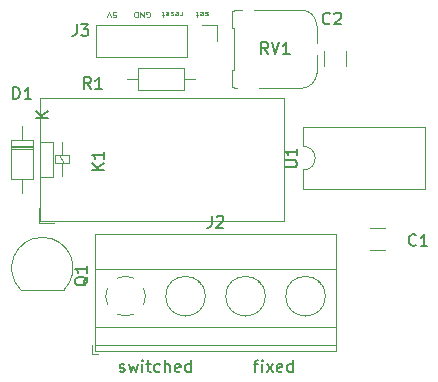
<source format=gbr>
%TF.GenerationSoftware,KiCad,Pcbnew,(5.1.12)-1*%
%TF.CreationDate,2022-02-01T13:32:49+01:00*%
%TF.ProjectId,trainCatcherRelay,74726169-6e43-4617-9463-68657252656c,rev?*%
%TF.SameCoordinates,Original*%
%TF.FileFunction,Legend,Top*%
%TF.FilePolarity,Positive*%
%FSLAX46Y46*%
G04 Gerber Fmt 4.6, Leading zero omitted, Abs format (unit mm)*
G04 Created by KiCad (PCBNEW (5.1.12)-1) date 2022-02-01 13:32:49*
%MOMM*%
%LPD*%
G01*
G04 APERTURE LIST*
%ADD10C,0.150000*%
%ADD11C,0.075000*%
%ADD12C,0.120000*%
G04 APERTURE END LIST*
D10*
X139128714Y33361285D02*
X139509666Y33361285D01*
X139271571Y32694619D02*
X139271571Y33551761D01*
X139319190Y33647000D01*
X139414428Y33694619D01*
X139509666Y33694619D01*
X139843000Y32694619D02*
X139843000Y33361285D01*
X139843000Y33694619D02*
X139795380Y33647000D01*
X139843000Y33599380D01*
X139890619Y33647000D01*
X139843000Y33694619D01*
X139843000Y33599380D01*
X140223952Y32694619D02*
X140747761Y33361285D01*
X140223952Y33361285D02*
X140747761Y32694619D01*
X141509666Y32742238D02*
X141414428Y32694619D01*
X141223952Y32694619D01*
X141128714Y32742238D01*
X141081095Y32837476D01*
X141081095Y33218428D01*
X141128714Y33313666D01*
X141223952Y33361285D01*
X141414428Y33361285D01*
X141509666Y33313666D01*
X141557285Y33218428D01*
X141557285Y33123190D01*
X141081095Y33027952D01*
X142414428Y32694619D02*
X142414428Y33694619D01*
X142414428Y32742238D02*
X142319190Y32694619D01*
X142128714Y32694619D01*
X142033476Y32742238D01*
X141985857Y32789857D01*
X141938238Y32885095D01*
X141938238Y33170809D01*
X141985857Y33266047D01*
X142033476Y33313666D01*
X142128714Y33361285D01*
X142319190Y33361285D01*
X142414428Y33313666D01*
X127786190Y32742238D02*
X127881428Y32694619D01*
X128071904Y32694619D01*
X128167142Y32742238D01*
X128214761Y32837476D01*
X128214761Y32885095D01*
X128167142Y32980333D01*
X128071904Y33027952D01*
X127929047Y33027952D01*
X127833809Y33075571D01*
X127786190Y33170809D01*
X127786190Y33218428D01*
X127833809Y33313666D01*
X127929047Y33361285D01*
X128071904Y33361285D01*
X128167142Y33313666D01*
X128548095Y33361285D02*
X128738571Y32694619D01*
X128929047Y33170809D01*
X129119523Y32694619D01*
X129310000Y33361285D01*
X129690952Y32694619D02*
X129690952Y33361285D01*
X129690952Y33694619D02*
X129643333Y33647000D01*
X129690952Y33599380D01*
X129738571Y33647000D01*
X129690952Y33694619D01*
X129690952Y33599380D01*
X130024285Y33361285D02*
X130405238Y33361285D01*
X130167142Y33694619D02*
X130167142Y32837476D01*
X130214761Y32742238D01*
X130310000Y32694619D01*
X130405238Y32694619D01*
X131167142Y32742238D02*
X131071904Y32694619D01*
X130881428Y32694619D01*
X130786190Y32742238D01*
X130738571Y32789857D01*
X130690952Y32885095D01*
X130690952Y33170809D01*
X130738571Y33266047D01*
X130786190Y33313666D01*
X130881428Y33361285D01*
X131071904Y33361285D01*
X131167142Y33313666D01*
X131595714Y32694619D02*
X131595714Y33694619D01*
X132024285Y32694619D02*
X132024285Y33218428D01*
X131976666Y33313666D01*
X131881428Y33361285D01*
X131738571Y33361285D01*
X131643333Y33313666D01*
X131595714Y33266047D01*
X132881428Y32742238D02*
X132786190Y32694619D01*
X132595714Y32694619D01*
X132500476Y32742238D01*
X132452857Y32837476D01*
X132452857Y33218428D01*
X132500476Y33313666D01*
X132595714Y33361285D01*
X132786190Y33361285D01*
X132881428Y33313666D01*
X132929047Y33218428D01*
X132929047Y33123190D01*
X132452857Y33027952D01*
X133786190Y32694619D02*
X133786190Y33694619D01*
X133786190Y32742238D02*
X133690952Y32694619D01*
X133500476Y32694619D01*
X133405238Y32742238D01*
X133357619Y32789857D01*
X133310000Y32885095D01*
X133310000Y33170809D01*
X133357619Y33266047D01*
X133405238Y33313666D01*
X133500476Y33361285D01*
X133690952Y33361285D01*
X133786190Y33313666D01*
D11*
X127222238Y62718190D02*
X127460333Y62718190D01*
X127484142Y62956285D01*
X127460333Y62932476D01*
X127412714Y62908666D01*
X127293666Y62908666D01*
X127246047Y62932476D01*
X127222238Y62956285D01*
X127198428Y63003904D01*
X127198428Y63122952D01*
X127222238Y63170571D01*
X127246047Y63194380D01*
X127293666Y63218190D01*
X127412714Y63218190D01*
X127460333Y63194380D01*
X127484142Y63170571D01*
X127055571Y62718190D02*
X126888904Y63218190D01*
X126722238Y62718190D01*
X130047952Y62742000D02*
X130095571Y62718190D01*
X130167000Y62718190D01*
X130238428Y62742000D01*
X130286047Y62789619D01*
X130309857Y62837238D01*
X130333666Y62932476D01*
X130333666Y63003904D01*
X130309857Y63099142D01*
X130286047Y63146761D01*
X130238428Y63194380D01*
X130167000Y63218190D01*
X130119380Y63218190D01*
X130047952Y63194380D01*
X130024142Y63170571D01*
X130024142Y63003904D01*
X130119380Y63003904D01*
X129809857Y63218190D02*
X129809857Y62718190D01*
X129524142Y63218190D01*
X129524142Y62718190D01*
X129286047Y63218190D02*
X129286047Y62718190D01*
X129167000Y62718190D01*
X129095571Y62742000D01*
X129047952Y62789619D01*
X129024142Y62837238D01*
X129000333Y62932476D01*
X129000333Y63003904D01*
X129024142Y63099142D01*
X129047952Y63146761D01*
X129095571Y63194380D01*
X129167000Y63218190D01*
X129286047Y63218190D01*
X133016523Y63218190D02*
X133016523Y62884857D01*
X133016523Y62980095D02*
X132992714Y62932476D01*
X132968904Y62908666D01*
X132921285Y62884857D01*
X132873666Y62884857D01*
X132516523Y63194380D02*
X132564142Y63218190D01*
X132659380Y63218190D01*
X132707000Y63194380D01*
X132730809Y63146761D01*
X132730809Y62956285D01*
X132707000Y62908666D01*
X132659380Y62884857D01*
X132564142Y62884857D01*
X132516523Y62908666D01*
X132492714Y62956285D01*
X132492714Y63003904D01*
X132730809Y63051523D01*
X132302238Y63194380D02*
X132254619Y63218190D01*
X132159380Y63218190D01*
X132111761Y63194380D01*
X132087952Y63146761D01*
X132087952Y63122952D01*
X132111761Y63075333D01*
X132159380Y63051523D01*
X132230809Y63051523D01*
X132278428Y63027714D01*
X132302238Y62980095D01*
X132302238Y62956285D01*
X132278428Y62908666D01*
X132230809Y62884857D01*
X132159380Y62884857D01*
X132111761Y62908666D01*
X131683190Y63194380D02*
X131730809Y63218190D01*
X131826047Y63218190D01*
X131873666Y63194380D01*
X131897476Y63146761D01*
X131897476Y62956285D01*
X131873666Y62908666D01*
X131826047Y62884857D01*
X131730809Y62884857D01*
X131683190Y62908666D01*
X131659380Y62956285D01*
X131659380Y63003904D01*
X131897476Y63051523D01*
X131516523Y62884857D02*
X131326047Y62884857D01*
X131445095Y62718190D02*
X131445095Y63146761D01*
X131421285Y63194380D01*
X131373666Y63218190D01*
X131326047Y63218190D01*
X135211285Y63194380D02*
X135163666Y63218190D01*
X135068428Y63218190D01*
X135020809Y63194380D01*
X134997000Y63146761D01*
X134997000Y63122952D01*
X135020809Y63075333D01*
X135068428Y63051523D01*
X135139857Y63051523D01*
X135187476Y63027714D01*
X135211285Y62980095D01*
X135211285Y62956285D01*
X135187476Y62908666D01*
X135139857Y62884857D01*
X135068428Y62884857D01*
X135020809Y62908666D01*
X134592238Y63194380D02*
X134639857Y63218190D01*
X134735095Y63218190D01*
X134782714Y63194380D01*
X134806523Y63146761D01*
X134806523Y62956285D01*
X134782714Y62908666D01*
X134735095Y62884857D01*
X134639857Y62884857D01*
X134592238Y62908666D01*
X134568428Y62956285D01*
X134568428Y63003904D01*
X134806523Y63051523D01*
X134425571Y62884857D02*
X134235095Y62884857D01*
X134354142Y62718190D02*
X134354142Y63146761D01*
X134330333Y63194380D01*
X134282714Y63218190D01*
X134235095Y63218190D01*
D12*
%TO.C,J2*%
X125430000Y34216000D02*
X125930000Y34216000D01*
X125430000Y34956000D02*
X125430000Y34216000D01*
X142283000Y38093000D02*
X142236000Y38047000D01*
X144580000Y40391000D02*
X144545000Y40355000D01*
X142476000Y37877000D02*
X142441000Y37842000D01*
X144785000Y40185000D02*
X144738000Y40139000D01*
X137203000Y38093000D02*
X137156000Y38047000D01*
X139500000Y40391000D02*
X139465000Y40355000D01*
X137396000Y37877000D02*
X137361000Y37842000D01*
X139705000Y40185000D02*
X139658000Y40139000D01*
X132123000Y38093000D02*
X132076000Y38047000D01*
X134420000Y40391000D02*
X134385000Y40355000D01*
X132316000Y37877000D02*
X132281000Y37842000D01*
X134625000Y40185000D02*
X134578000Y40139000D01*
X146110000Y44377000D02*
X146110000Y34456000D01*
X125670000Y44377000D02*
X125670000Y34456000D01*
X125670000Y34456000D02*
X146110000Y34456000D01*
X125670000Y44377000D02*
X146110000Y44377000D01*
X125670000Y41417000D02*
X146110000Y41417000D01*
X125670000Y36516000D02*
X146110000Y36516000D01*
X125670000Y35016000D02*
X146110000Y35016000D01*
X145190000Y39116000D02*
G75*
G03*
X145190000Y39116000I-1680000J0D01*
G01*
X140110000Y39116000D02*
G75*
G03*
X140110000Y39116000I-1680000J0D01*
G01*
X135030000Y39116000D02*
G75*
G03*
X135030000Y39116000I-1680000J0D01*
G01*
X128298805Y37435747D02*
G75*
G02*
X127586000Y37581000I-28805J1680253D01*
G01*
X126734574Y38432958D02*
G75*
G02*
X126735000Y39800000I1535426J683042D01*
G01*
X127586958Y40651426D02*
G75*
G02*
X128954000Y40651000I683042J-1535426D01*
G01*
X129805426Y39799042D02*
G75*
G02*
X129805000Y38432000I-1535426J-683042D01*
G01*
X128953318Y37581244D02*
G75*
G02*
X128270000Y37436000I-683318J1534756D01*
G01*
%TO.C,U1*%
X143323000Y49800000D02*
X143323000Y48150000D01*
X143323000Y48150000D02*
X153603000Y48150000D01*
X153603000Y48150000D02*
X153603000Y53450000D01*
X153603000Y53450000D02*
X143323000Y53450000D01*
X143323000Y53450000D02*
X143323000Y51800000D01*
X143323000Y51800000D02*
G75*
G02*
X143323000Y49800000I0J-1000000D01*
G01*
%TO.C,RV1*%
X137443000Y63341000D02*
X138133000Y63341000D01*
X137443000Y63241000D02*
X137443000Y63341000D01*
X137443000Y56721000D02*
X137693000Y56721000D01*
X137443000Y56821000D02*
X137443000Y56721000D01*
X137243000Y56821000D02*
X137443000Y56821000D01*
X137443000Y58241000D02*
X137243000Y58241000D01*
X144463000Y62031000D02*
X144463000Y60541000D01*
X139173000Y63341000D02*
X143153000Y63341000D01*
X143153000Y56721000D02*
X139613000Y56721000D01*
X144463000Y59521000D02*
X144463000Y58031000D01*
X137243000Y63241000D02*
X137443000Y63241000D01*
X137243000Y61821000D02*
X137243000Y63241000D01*
X137443000Y61821000D02*
X137243000Y61821000D01*
X137443000Y58241000D02*
X137443000Y61821000D01*
X137243000Y56821000D02*
X137243000Y58241000D01*
X144463000Y58031000D02*
G75*
G02*
X143153000Y56721000I-1310000J0D01*
G01*
X143153000Y63341000D02*
G75*
G02*
X144463000Y62031000I0J-1310000D01*
G01*
%TO.C,R1*%
X129367000Y58451000D02*
X129367000Y56611000D01*
X129367000Y56611000D02*
X133207000Y56611000D01*
X133207000Y56611000D02*
X133207000Y58451000D01*
X133207000Y58451000D02*
X129367000Y58451000D01*
X128417000Y57531000D02*
X129367000Y57531000D01*
X134157000Y57531000D02*
X133207000Y57531000D01*
%TO.C,Q1*%
X119430000Y39650000D02*
X123030000Y39650000D01*
X123068478Y39661522D02*
G75*
G03*
X121230000Y44100000I-1838478J1838478D01*
G01*
X119391522Y39661522D02*
G75*
G02*
X121230000Y44100000I1838478J1838478D01*
G01*
%TO.C,K1*%
X120910000Y45353000D02*
X120910000Y46563000D01*
X122210000Y45353000D02*
X120910000Y45353000D01*
X121060000Y45513000D02*
X141650000Y45513000D01*
X141650000Y45513000D02*
X141650000Y55893000D01*
X141650000Y55893000D02*
X121060000Y55893000D01*
X121060000Y55893000D02*
X121060000Y45513000D01*
X121060000Y49193000D02*
X122100000Y49193000D01*
X122120000Y49193000D02*
X122120000Y52193000D01*
X122120000Y52193000D02*
X121060000Y52193000D01*
X122900000Y50363000D02*
X122900000Y49263000D01*
X122900000Y51063000D02*
X122900000Y52163000D01*
X123070000Y50363000D02*
X122670000Y51063000D01*
X122270000Y50363000D02*
X123470000Y50363000D01*
X123470000Y50363000D02*
X123470000Y51063000D01*
X123470000Y51063000D02*
X122270000Y51063000D01*
X122270000Y51063000D02*
X122270000Y50363000D01*
%TO.C,J3*%
X125766000Y62036000D02*
X125766000Y59376000D01*
X133446000Y62036000D02*
X125766000Y62036000D01*
X133446000Y59376000D02*
X125766000Y59376000D01*
X133446000Y62036000D02*
X133446000Y59376000D01*
X134716000Y62036000D02*
X136046000Y62036000D01*
X136046000Y62036000D02*
X136046000Y60706000D01*
%TO.C,D1*%
X120427000Y52313000D02*
X118587000Y52313000D01*
X118587000Y52313000D02*
X118587000Y49033000D01*
X118587000Y49033000D02*
X120427000Y49033000D01*
X120427000Y49033000D02*
X120427000Y52313000D01*
X119507000Y53493000D02*
X119507000Y52313000D01*
X119507000Y47853000D02*
X119507000Y49033000D01*
X120427000Y51737000D02*
X118587000Y51737000D01*
X120427000Y51617000D02*
X118587000Y51617000D01*
X120427000Y51857000D02*
X118587000Y51857000D01*
%TO.C,C2*%
X145080000Y58621000D02*
X145080000Y59879000D01*
X146920000Y58621000D02*
X146920000Y59879000D01*
%TO.C,C1*%
X148997000Y44862000D02*
X150255000Y44862000D01*
X148997000Y43022000D02*
X150255000Y43022000D01*
%TO.C,J2*%
D10*
X135556666Y45923619D02*
X135556666Y45209333D01*
X135509047Y45066476D01*
X135413809Y44971238D01*
X135270952Y44923619D01*
X135175714Y44923619D01*
X135985238Y45828380D02*
X136032857Y45876000D01*
X136128095Y45923619D01*
X136366190Y45923619D01*
X136461428Y45876000D01*
X136509047Y45828380D01*
X136556666Y45733142D01*
X136556666Y45637904D01*
X136509047Y45495047D01*
X135937619Y44923619D01*
X136556666Y44923619D01*
%TO.C,U1*%
X141775380Y50038095D02*
X142584904Y50038095D01*
X142680142Y50085714D01*
X142727761Y50133333D01*
X142775380Y50228571D01*
X142775380Y50419047D01*
X142727761Y50514285D01*
X142680142Y50561904D01*
X142584904Y50609523D01*
X141775380Y50609523D01*
X142775380Y51609523D02*
X142775380Y51038095D01*
X142775380Y51323809D02*
X141775380Y51323809D01*
X141918238Y51228571D01*
X142013476Y51133333D01*
X142061095Y51038095D01*
%TO.C,RV1*%
X140343761Y59618619D02*
X140010428Y60094809D01*
X139772333Y59618619D02*
X139772333Y60618619D01*
X140153285Y60618619D01*
X140248523Y60571000D01*
X140296142Y60523380D01*
X140343761Y60428142D01*
X140343761Y60285285D01*
X140296142Y60190047D01*
X140248523Y60142428D01*
X140153285Y60094809D01*
X139772333Y60094809D01*
X140629476Y60618619D02*
X140962809Y59618619D01*
X141296142Y60618619D01*
X142153285Y59618619D02*
X141581857Y59618619D01*
X141867571Y59618619D02*
X141867571Y60618619D01*
X141772333Y60475761D01*
X141677095Y60380523D01*
X141581857Y60332904D01*
%TO.C,R1*%
X125333333Y56658619D02*
X125000000Y57134809D01*
X124761904Y56658619D02*
X124761904Y57658619D01*
X125142857Y57658619D01*
X125238095Y57611000D01*
X125285714Y57563380D01*
X125333333Y57468142D01*
X125333333Y57325285D01*
X125285714Y57230047D01*
X125238095Y57182428D01*
X125142857Y57134809D01*
X124761904Y57134809D01*
X126285714Y56658619D02*
X125714285Y56658619D01*
X126000000Y56658619D02*
X126000000Y57658619D01*
X125904761Y57515761D01*
X125809523Y57420523D01*
X125714285Y57372904D01*
%TO.C,Q1*%
X125079619Y40769761D02*
X125032000Y40674523D01*
X124936761Y40579285D01*
X124793904Y40436428D01*
X124746285Y40341190D01*
X124746285Y40245952D01*
X124984380Y40293571D02*
X124936761Y40198333D01*
X124841523Y40103095D01*
X124651047Y40055476D01*
X124317714Y40055476D01*
X124127238Y40103095D01*
X124032000Y40198333D01*
X123984380Y40293571D01*
X123984380Y40484047D01*
X124032000Y40579285D01*
X124127238Y40674523D01*
X124317714Y40722142D01*
X124651047Y40722142D01*
X124841523Y40674523D01*
X124936761Y40579285D01*
X124984380Y40484047D01*
X124984380Y40293571D01*
X124984380Y41674523D02*
X124984380Y41103095D01*
X124984380Y41388809D02*
X123984380Y41388809D01*
X124127238Y41293571D01*
X124222476Y41198333D01*
X124270095Y41103095D01*
%TO.C,K1*%
X126436380Y49807904D02*
X125436380Y49807904D01*
X126436380Y50379333D02*
X125864952Y49950761D01*
X125436380Y50379333D02*
X126007809Y49807904D01*
X126436380Y51331714D02*
X126436380Y50760285D01*
X126436380Y51046000D02*
X125436380Y51046000D01*
X125579238Y50950761D01*
X125674476Y50855523D01*
X125722095Y50760285D01*
%TO.C,J3*%
X124126666Y62142619D02*
X124126666Y61428333D01*
X124079047Y61285476D01*
X123983809Y61190238D01*
X123840952Y61142619D01*
X123745714Y61142619D01*
X124507619Y62142619D02*
X125126666Y62142619D01*
X124793333Y61761666D01*
X124936190Y61761666D01*
X125031428Y61714047D01*
X125079047Y61666428D01*
X125126666Y61571190D01*
X125126666Y61333095D01*
X125079047Y61237857D01*
X125031428Y61190238D01*
X124936190Y61142619D01*
X124650476Y61142619D01*
X124555238Y61190238D01*
X124507619Y61237857D01*
%TO.C,D1*%
X118768904Y55808619D02*
X118768904Y56808619D01*
X119007000Y56808619D01*
X119149857Y56761000D01*
X119245095Y56665761D01*
X119292714Y56570523D01*
X119340333Y56380047D01*
X119340333Y56237190D01*
X119292714Y56046714D01*
X119245095Y55951476D01*
X119149857Y55856238D01*
X119007000Y55808619D01*
X118768904Y55808619D01*
X120292714Y55808619D02*
X119721285Y55808619D01*
X120007000Y55808619D02*
X120007000Y56808619D01*
X119911761Y56665761D01*
X119816523Y56570523D01*
X119721285Y56522904D01*
X121709380Y54221095D02*
X120709380Y54221095D01*
X121709380Y54792523D02*
X121137952Y54363952D01*
X120709380Y54792523D02*
X121280809Y54221095D01*
%TO.C,C2*%
X145579333Y62214857D02*
X145531714Y62167238D01*
X145388857Y62119619D01*
X145293619Y62119619D01*
X145150761Y62167238D01*
X145055523Y62262476D01*
X145007904Y62357714D01*
X144960285Y62548190D01*
X144960285Y62691047D01*
X145007904Y62881523D01*
X145055523Y62976761D01*
X145150761Y63072000D01*
X145293619Y63119619D01*
X145388857Y63119619D01*
X145531714Y63072000D01*
X145579333Y63024380D01*
X145960285Y63024380D02*
X146007904Y63072000D01*
X146103142Y63119619D01*
X146341238Y63119619D01*
X146436476Y63072000D01*
X146484095Y63024380D01*
X146531714Y62929142D01*
X146531714Y62833904D01*
X146484095Y62691047D01*
X145912666Y62119619D01*
X146531714Y62119619D01*
%TO.C,C1*%
X152868333Y43457857D02*
X152820714Y43410238D01*
X152677857Y43362619D01*
X152582619Y43362619D01*
X152439761Y43410238D01*
X152344523Y43505476D01*
X152296904Y43600714D01*
X152249285Y43791190D01*
X152249285Y43934047D01*
X152296904Y44124523D01*
X152344523Y44219761D01*
X152439761Y44315000D01*
X152582619Y44362619D01*
X152677857Y44362619D01*
X152820714Y44315000D01*
X152868333Y44267380D01*
X153820714Y43362619D02*
X153249285Y43362619D01*
X153535000Y43362619D02*
X153535000Y44362619D01*
X153439761Y44219761D01*
X153344523Y44124523D01*
X153249285Y44076904D01*
%TD*%
M02*

</source>
